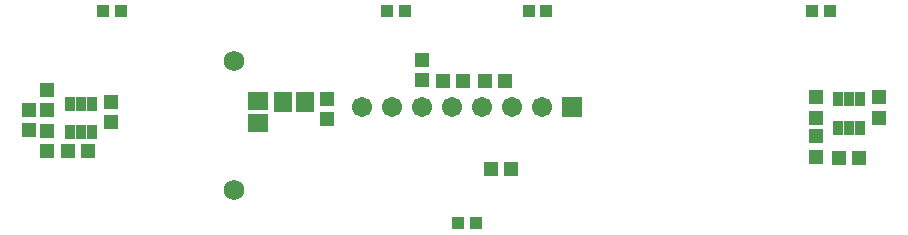
<source format=gbs>
%FSDAX24Y24*%
%MOIN*%
%SFA1B1*%

%IPPOS*%
%ADD25C,0.068000*%
%ADD26C,0.067100*%
%ADD27R,0.067100X0.067100*%
%ADD28R,0.051300X0.047400*%
%ADD29R,0.047400X0.051300*%
%ADD30R,0.067100X0.059200*%
%ADD31R,0.039500X0.039500*%
%ADD32R,0.059200X0.067100*%
%ADD33R,0.033600X0.051300*%
%LNde-151116-1*%
%LPD*%
G54D25*
X027550Y027244D03*
Y022944D03*
G54D26*
X031798Y025700D03*
X032798D03*
X033798D03*
X034798D03*
X035798D03*
X036798D03*
X037798D03*
G54D27*
X038798Y025700D03*
G54D28*
X036115Y023644D03*
X036785D03*
X022015Y024244D03*
X022685D03*
X036585Y026594D03*
X035915D03*
X035185D03*
X034515D03*
X047715Y024000D03*
X048385D03*
G54D29*
X023450Y025885D03*
Y025215D03*
X049050Y026035D03*
Y025365D03*
X030650Y025314D03*
Y025983D03*
X021300Y026278D03*
Y025609D03*
X033798Y027278D03*
Y026609D03*
X046950Y025365D03*
Y026035D03*
Y024065D03*
Y024735D03*
X020700Y024959D03*
Y025628D03*
X021300Y024259D03*
Y024928D03*
G54D30*
X028350Y025170D03*
Y025918D03*
G54D31*
X046814Y028921D03*
X047404D03*
X023192D03*
X023782D03*
X037956D03*
X037365D03*
X032641D03*
X033231D03*
X035003Y021834D03*
X035593D03*
G54D32*
X029924Y025894D03*
X029176D03*
G54D33*
X022076Y024878D03*
X022450D03*
X022824D03*
Y025822D03*
X022450D03*
X022076D03*
X047676Y025028D03*
X048050D03*
X048424D03*
Y025972D03*
X048050D03*
X047676D03*
M02*
</source>
